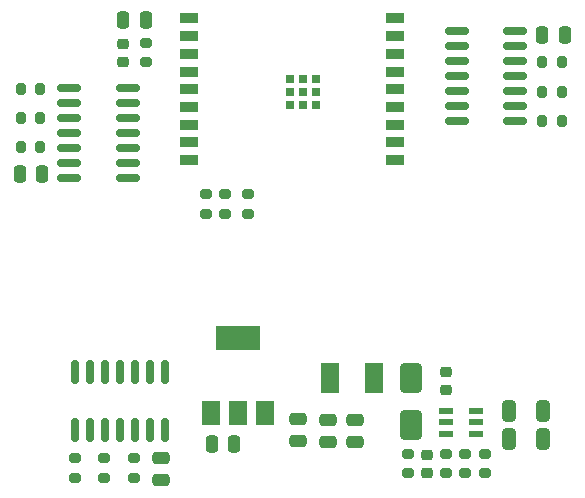
<source format=gbr>
%TF.GenerationSoftware,KiCad,Pcbnew,7.0.2*%
%TF.CreationDate,2024-01-21T19:49:34+02:00*%
%TF.ProjectId,illuminati_ws,696c6c75-6d69-46e6-9174-695f77732e6b,rev?*%
%TF.SameCoordinates,Original*%
%TF.FileFunction,Paste,Top*%
%TF.FilePolarity,Positive*%
%FSLAX46Y46*%
G04 Gerber Fmt 4.6, Leading zero omitted, Abs format (unit mm)*
G04 Created by KiCad (PCBNEW 7.0.2) date 2024-01-21 19:49:34*
%MOMM*%
%LPD*%
G01*
G04 APERTURE LIST*
G04 Aperture macros list*
%AMRoundRect*
0 Rectangle with rounded corners*
0 $1 Rounding radius*
0 $2 $3 $4 $5 $6 $7 $8 $9 X,Y pos of 4 corners*
0 Add a 4 corners polygon primitive as box body*
4,1,4,$2,$3,$4,$5,$6,$7,$8,$9,$2,$3,0*
0 Add four circle primitives for the rounded corners*
1,1,$1+$1,$2,$3*
1,1,$1+$1,$4,$5*
1,1,$1+$1,$6,$7*
1,1,$1+$1,$8,$9*
0 Add four rect primitives between the rounded corners*
20,1,$1+$1,$2,$3,$4,$5,0*
20,1,$1+$1,$4,$5,$6,$7,0*
20,1,$1+$1,$6,$7,$8,$9,0*
20,1,$1+$1,$8,$9,$2,$3,0*%
G04 Aperture macros list end*
%ADD10RoundRect,0.250000X0.250000X0.475000X-0.250000X0.475000X-0.250000X-0.475000X0.250000X-0.475000X0*%
%ADD11RoundRect,0.250000X-0.475000X0.250000X-0.475000X-0.250000X0.475000X-0.250000X0.475000X0.250000X0*%
%ADD12RoundRect,0.200000X0.275000X-0.200000X0.275000X0.200000X-0.275000X0.200000X-0.275000X-0.200000X0*%
%ADD13RoundRect,0.250000X-0.250000X-0.475000X0.250000X-0.475000X0.250000X0.475000X-0.250000X0.475000X0*%
%ADD14RoundRect,0.200000X-0.275000X0.200000X-0.275000X-0.200000X0.275000X-0.200000X0.275000X0.200000X0*%
%ADD15RoundRect,0.200000X-0.200000X-0.275000X0.200000X-0.275000X0.200000X0.275000X-0.200000X0.275000X0*%
%ADD16RoundRect,0.150000X-0.825000X-0.150000X0.825000X-0.150000X0.825000X0.150000X-0.825000X0.150000X0*%
%ADD17RoundRect,0.150000X-0.150000X0.825000X-0.150000X-0.825000X0.150000X-0.825000X0.150000X0.825000X0*%
%ADD18RoundRect,0.225000X0.250000X-0.225000X0.250000X0.225000X-0.250000X0.225000X-0.250000X-0.225000X0*%
%ADD19RoundRect,0.250000X-0.325000X-0.650000X0.325000X-0.650000X0.325000X0.650000X-0.325000X0.650000X0*%
%ADD20RoundRect,0.200000X0.200000X0.275000X-0.200000X0.275000X-0.200000X-0.275000X0.200000X-0.275000X0*%
%ADD21RoundRect,0.250000X-0.650000X1.000000X-0.650000X-1.000000X0.650000X-1.000000X0.650000X1.000000X0*%
%ADD22R,1.500000X0.900000*%
%ADD23R,0.700000X0.700000*%
%ADD24R,1.500000X2.000000*%
%ADD25R,3.800000X2.000000*%
%ADD26R,1.150000X0.600000*%
%ADD27R,1.500000X2.500000*%
%ADD28RoundRect,0.150000X0.825000X0.150000X-0.825000X0.150000X-0.825000X-0.150000X0.825000X-0.150000X0*%
G04 APERTURE END LIST*
D10*
%TO.C,C11*%
X145200000Y-128100000D03*
X143300000Y-128100000D03*
%TD*%
D11*
%TO.C,C10*%
X150600000Y-127900000D03*
X150600000Y-126000000D03*
%TD*%
%TO.C,C8*%
X139000000Y-129300000D03*
X139000000Y-131200000D03*
%TD*%
%TO.C,C6*%
X153150000Y-126100000D03*
X153150000Y-128000000D03*
%TD*%
D12*
%TO.C,R17*%
X142800000Y-108625000D03*
X142800000Y-106975000D03*
%TD*%
D13*
%TO.C,C1*%
X171300000Y-93500000D03*
X173200000Y-93500000D03*
%TD*%
D14*
%TO.C,R5*%
X163150000Y-128975000D03*
X163150000Y-130625000D03*
%TD*%
D15*
%TO.C,R7*%
X171275000Y-98300000D03*
X172925000Y-98300000D03*
%TD*%
D16*
%TO.C,U2*%
X164025000Y-93190000D03*
X164025000Y-94460000D03*
X164025000Y-95730000D03*
X164025000Y-97000000D03*
X164025000Y-98270000D03*
X164025000Y-99540000D03*
X164025000Y-100810000D03*
X168975000Y-100810000D03*
X168975000Y-99540000D03*
X168975000Y-98270000D03*
X168975000Y-97000000D03*
X168975000Y-95730000D03*
X168975000Y-94460000D03*
X168975000Y-93190000D03*
%TD*%
D17*
%TO.C,U3*%
X139310000Y-126975000D03*
X138040000Y-126975000D03*
X136770000Y-126975000D03*
X135500000Y-126975000D03*
X134230000Y-126975000D03*
X132960000Y-126975000D03*
X131690000Y-126975000D03*
X131690000Y-122025000D03*
X132960000Y-122025000D03*
X134230000Y-122025000D03*
X135500000Y-122025000D03*
X136770000Y-122025000D03*
X138040000Y-122025000D03*
X139310000Y-122025000D03*
%TD*%
D12*
%TO.C,R3*%
X164780000Y-130625000D03*
X164780000Y-128975000D03*
%TD*%
D14*
%TO.C,R18*%
X137750000Y-94175000D03*
X137750000Y-95825000D03*
%TD*%
%TO.C,R10*%
X134200000Y-129350000D03*
X134200000Y-131000000D03*
%TD*%
D18*
%TO.C,C4*%
X163150000Y-123575000D03*
X163150000Y-122025000D03*
%TD*%
D19*
%TO.C,C2*%
X168425000Y-125300000D03*
X171375000Y-125300000D03*
%TD*%
D10*
%TO.C,C13*%
X128950000Y-105250000D03*
X127050000Y-105250000D03*
%TD*%
D12*
%TO.C,R13*%
X144400000Y-108625000D03*
X144400000Y-106975000D03*
%TD*%
D19*
%TO.C,C3*%
X168425000Y-127730000D03*
X171375000Y-127730000D03*
%TD*%
D11*
%TO.C,C5*%
X155400000Y-126100000D03*
X155400000Y-128000000D03*
%TD*%
D12*
%TO.C,R14*%
X146400000Y-108625000D03*
X146400000Y-106975000D03*
%TD*%
D14*
%TO.C,R2*%
X166400000Y-128975000D03*
X166400000Y-130625000D03*
%TD*%
D12*
%TO.C,R4*%
X159900000Y-130625000D03*
X159900000Y-128975000D03*
%TD*%
D15*
%TO.C,R8*%
X171275000Y-100800000D03*
X172925000Y-100800000D03*
%TD*%
D14*
%TO.C,R9*%
X136700000Y-129350000D03*
X136700000Y-131000000D03*
%TD*%
D18*
%TO.C,C9*%
X135775000Y-95775000D03*
X135775000Y-94225000D03*
%TD*%
D20*
%TO.C,R16*%
X128780000Y-98100000D03*
X127130000Y-98100000D03*
%TD*%
D21*
%TO.C,D1*%
X160150000Y-122550000D03*
X160150000Y-126550000D03*
%TD*%
D20*
%TO.C,R15*%
X128780000Y-100505000D03*
X127130000Y-100505000D03*
%TD*%
D14*
%TO.C,R11*%
X131700000Y-129350000D03*
X131700000Y-131000000D03*
%TD*%
D22*
%TO.C,IC1*%
X141350000Y-92100000D03*
X141350000Y-93600000D03*
X141350000Y-95100000D03*
X141350000Y-96600000D03*
X141350000Y-98100000D03*
X141350000Y-99600000D03*
X141350000Y-101100000D03*
X141350000Y-102600000D03*
X141350000Y-104100000D03*
X158850000Y-104100000D03*
X158850000Y-102600000D03*
X158850000Y-101100000D03*
X158850000Y-99600000D03*
X158850000Y-98100000D03*
X158850000Y-96600000D03*
X158850000Y-95100000D03*
X158850000Y-93600000D03*
X158850000Y-92100000D03*
D23*
X151060000Y-98300000D03*
X152160000Y-98300000D03*
X152160000Y-97200000D03*
X151060000Y-97200000D03*
X149960000Y-97200000D03*
X149960000Y-98300000D03*
X149960000Y-99400000D03*
X151060000Y-99400000D03*
X152160000Y-99400000D03*
%TD*%
D24*
%TO.C,U6*%
X143200000Y-125500000D03*
X145500000Y-125500000D03*
D25*
X145500000Y-119200000D03*
D24*
X147800000Y-125500000D03*
%TD*%
D20*
%TO.C,R12*%
X128780000Y-103005000D03*
X127130000Y-103005000D03*
%TD*%
D10*
%TO.C,C12*%
X137700000Y-92250000D03*
X135800000Y-92250000D03*
%TD*%
D26*
%TO.C,PS1*%
X163100000Y-125350000D03*
X163100000Y-126300000D03*
X163100000Y-127250000D03*
X165700000Y-127250000D03*
X165700000Y-126300000D03*
X165700000Y-125350000D03*
%TD*%
D27*
%TO.C,L1*%
X157000000Y-122550000D03*
X153300000Y-122550000D03*
%TD*%
D18*
%TO.C,C7*%
X161530000Y-130575000D03*
X161530000Y-129025000D03*
%TD*%
D28*
%TO.C,U4*%
X131225000Y-105610000D03*
X131225000Y-104340000D03*
X131225000Y-103070000D03*
X131225000Y-101800000D03*
X131225000Y-100530000D03*
X131225000Y-99260000D03*
X131225000Y-97990000D03*
X136175000Y-97990000D03*
X136175000Y-99260000D03*
X136175000Y-100530000D03*
X136175000Y-101800000D03*
X136175000Y-103070000D03*
X136175000Y-104340000D03*
X136175000Y-105610000D03*
%TD*%
D15*
%TO.C,R6*%
X171275000Y-95800000D03*
X172925000Y-95800000D03*
%TD*%
M02*

</source>
